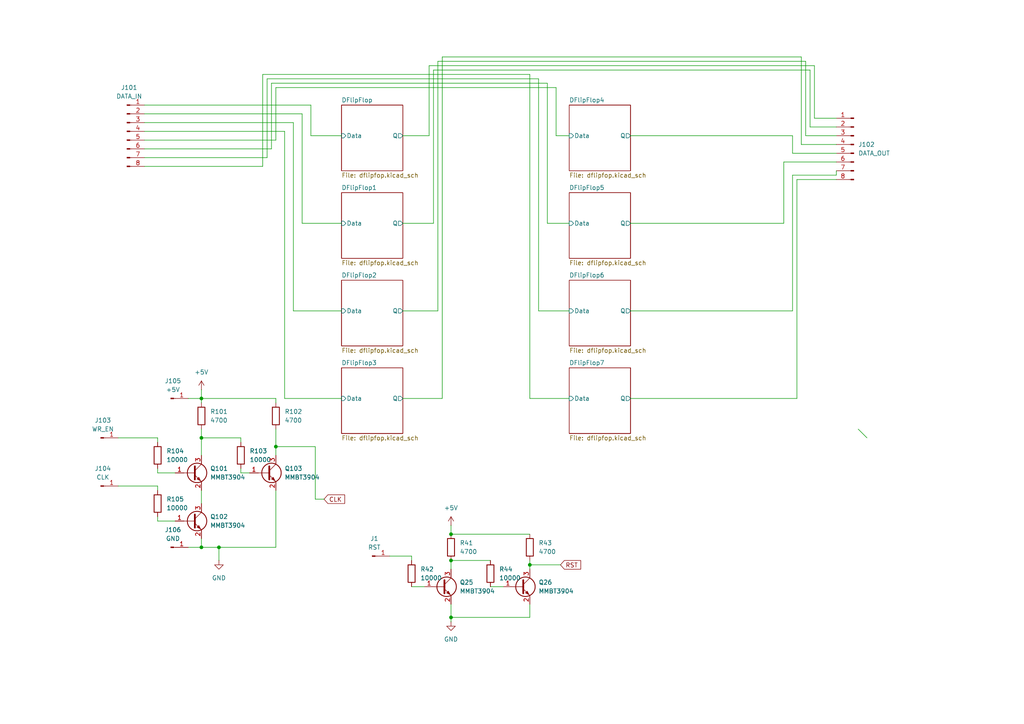
<source format=kicad_sch>
(kicad_sch (version 20250114) (generator "eeschema") (generator_version "9.0")
  (paper "A4")
  (lib_symbols
    (symbol "Connector:Conn_01x01_Pin" (pin_names (offset 1.016) (hide yes))
      (property "Reference" "J" (at 0 2.54 0))
      (property "Value" "Conn_01x01_Pin" (at 0 -2.54 0))
      (symbol "Conn_01x01_Pin_1_1"
        (rectangle (start 0.8636 0.127) (end 0 -0.127) (stroke (width 0.1524)) (fill (type outline)))
        (polyline (pts (xy 1.27 0) (xy 0.8636 0)) (stroke (width 0.1524)))
        (pin passive line (at 5.08 0 180) (length 3.81) (name "Pin_1") (number "1"))
      )
    )
    (symbol "Connector:Conn_01x08_Pin" (pin_names (offset 1.016) (hide yes))
      (property "Reference" "J" (at 0 10.16 0))
      (property "Value" "Conn_01x08_Pin" (at 0 -12.7 0))
      (symbol "Conn_01x08_Pin_1_1"
        (rectangle (start 0.8636 7.747) (end 0 7.493) (stroke (width 0.1524)) (fill (type outline)))
        (rectangle (start 0.8636 5.207) (end 0 4.953) (stroke (width 0.1524)) (fill (type outline)))
        (rectangle (start 0.8636 2.667) (end 0 2.413) (stroke (width 0.1524)) (fill (type outline)))
        (rectangle (start 0.8636 0.127) (end 0 -0.127) (stroke (width 0.1524)) (fill (type outline)))
        (rectangle (start 0.8636 -2.413) (end 0 -2.667) (stroke (width 0.1524)) (fill (type outline)))
        (rectangle (start 0.8636 -4.953) (end 0 -5.207) (stroke (width 0.1524)) (fill (type outline)))
        (rectangle (start 0.8636 -7.493) (end 0 -7.747) (stroke (width 0.1524)) (fill (type outline)))
        (rectangle (start 0.8636 -10.033) (end 0 -10.287) (stroke (width 0.1524)) (fill (type outline)))
        (polyline (pts (xy 1.27 7.62) (xy 0.8636 7.62)) (stroke (width 0.1524)))
        (polyline (pts (xy 1.27 5.08) (xy 0.8636 5.08)) (stroke (width 0.1524)))
        (polyline (pts (xy 1.27 2.54) (xy 0.8636 2.54)) (stroke (width 0.1524)))
        (polyline (pts (xy 1.27 0) (xy 0.8636 0)) (stroke (width 0.1524)))
        (polyline (pts (xy 1.27 -2.54) (xy 0.8636 -2.54)) (stroke (width 0.1524)))
        (polyline (pts (xy 1.27 -5.08) (xy 0.8636 -5.08)) (stroke (width 0.1524)))
        (polyline (pts (xy 1.27 -7.62) (xy 0.8636 -7.62)) (stroke (width 0.1524)))
        (polyline (pts (xy 1.27 -10.16) (xy 0.8636 -10.16)) (stroke (width 0.1524)))
        (pin passive line (at 5.08 7.62 180) (length 3.81) (name "Pin_1") (number "1"))
        (pin passive line (at 5.08 5.08 180) (length 3.81) (name "Pin_2") (number "2"))
        (pin passive line (at 5.08 2.54 180) (length 3.81) (name "Pin_3") (number "3"))
        (pin passive line (at 5.08 0 180) (length 3.81) (name "Pin_4") (number "4"))
        (pin passive line (at 5.08 -2.54 180) (length 3.81) (name "Pin_5") (number "5"))
        (pin passive line (at 5.08 -5.08 180) (length 3.81) (name "Pin_6") (number "6"))
        (pin passive line (at 5.08 -7.62 180) (length 3.81) (name "Pin_7") (number "7"))
        (pin passive line (at 5.08 -10.16 180) (length 3.81) (name "Pin_8") (number "8"))
      )
    )
    (symbol "Device:R" (pin_numbers (hide yes)) (pin_names (offset 0))
      (property "Reference" "R" (at 2.032 0 90))
      (property "Value" "R" (at 0 0 90))
      (symbol "R_0_1"
        (rectangle (start -1.016 -2.54) (end 1.016 2.54) (stroke (width 0.254)))
      )
      (symbol "R_1_1"
        (pin passive line (at 0 3.81 270) (length 1.27) (name "~") (number "1"))
        (pin passive line (at 0 -3.81 90) (length 1.27) (name "~") (number "2"))
      )
    )
    (symbol "Transistor_BJT:MMBT3904" (pin_names (offset 0) (hide yes))
      (property "Reference" "Q" (at 5.08 1.905 0))
      (property "Value" "MMBT3904" (at 5.08 0 0))
      (symbol "MMBT3904_0_1"
        (polyline (pts (xy -2.54 0) (xy 0.635 0)))
        (polyline (pts (xy 0.635 1.905) (xy 0.635 -1.905)) (stroke (width 0.508)))
        (circle (center 1.27 0) (radius 2.8194) (stroke (width 0.254)))
      )
      (symbol "MMBT3904_1_1"
        (polyline (pts (xy 0.635 0.635) (xy 2.54 2.54)))
        (polyline (pts (xy 0.635 -0.635) (xy 2.54 -2.54)))
        (polyline (pts (xy 1.27 -1.778) (xy 1.778 -1.27) (xy 2.286 -2.286) (xy 1.27 -1.778)) (fill (type outline)))
        (pin input line (at -5.08 0 0) (length 2.54) (name "B") (number "1"))
        (pin passive line (at 2.54 5.08 270) (length 2.54) (name "C") (number "3"))
        (pin passive line (at 2.54 -5.08 90) (length 2.54) (name "E") (number "2"))
      )
    )
    (symbol "power:+5V" (power) (pin_numbers (hide yes)) (pin_names (offset 0) (hide yes))
      (property "Value" "+5V" (at 0 3.556 0))
      (symbol "+5V_0_1"
        (polyline (pts (xy -0.762 1.27) (xy 0 2.54)))
        (polyline (pts (xy 0 2.54) (xy 0.762 1.27)))
        (polyline (pts (xy 0 0) (xy 0 2.54)))
      )
      (symbol "+5V_1_1"
        (pin power_in line (at 0 0 90) (length 0) (name "~") (number "1"))
      )
    )
    (symbol "power:GND" (power) (pin_numbers (hide yes)) (pin_names (offset 0) (hide yes))
      (property "Value" "GND" (at 0 -3.81 0))
      (symbol "GND_0_1"
        (polyline (pts (xy 0 0) (xy 0 -1.27) (xy 1.27 -1.27) (xy 0 -2.54) (xy -1.27 -1.27) (xy 0 -1.27)))
      )
      (symbol "GND_1_1"
        (pin power_in line (at 0 0 270) (length 0) (name "~") (number "1"))
      )
    )
  )
  (junction (at 130.81 162.56))
  (junction (at 153.67 163.83))
  (junction (at 63.5 158.75))
  (junction (at 130.81 154.94))
  (junction (at 58.42 127))
  (junction (at 80.01 129.54))
  (junction (at 58.42 115.57))
  (junction (at 58.42 158.75))
  (junction (at 130.81 179.07))
  (bus_entry (at 248.92 124.46) (size 2.54 2.54))
  (wire (pts (xy 231.14 52.07) (xy 231.14 115.57)))
  (wire (pts (xy 116.84 64.77) (xy 125.73 64.77)))
  (wire (pts (xy 124.46 19.05) (xy 236.22 19.05)))
  (wire (pts (xy 233.68 17.78) (xy 233.68 39.37)))
  (wire (pts (xy 234.95 36.83) (xy 242.57 36.83)))
  (wire (pts (xy 82.55 38.1) (xy 41.91 38.1)))
  (wire (pts (xy 45.72 140.97) (xy 45.72 142.24)))
  (wire (pts (xy 80.01 40.64) (xy 80.01 25.4)))
  (wire (pts (xy 127 17.78) (xy 233.68 17.78)))
  (wire (pts (xy 229.87 50.8) (xy 242.57 50.8)))
  (wire (pts (xy 182.88 90.17) (xy 229.87 90.17)))
  (wire (pts (xy 161.29 39.37) (xy 165.1 39.37)))
  (wire (pts (xy 130.81 175.26) (xy 130.81 179.07)))
  (wire (pts (xy 76.2 48.26) (xy 76.2 21.59)))
  (wire (pts (xy 232.41 41.91) (xy 242.57 41.91)))
  (wire (pts (xy 156.21 22.86) (xy 156.21 90.17)))
  (wire (pts (xy 242.57 52.07) (xy 231.14 52.07)))
  (wire (pts (xy 229.87 39.37) (xy 229.87 44.45)))
  (wire (pts (xy 45.72 151.13) (xy 50.8 151.13)))
  (wire (pts (xy 158.75 64.77) (xy 165.1 64.77)))
  (wire (pts (xy 80.01 25.4) (xy 161.29 25.4)))
  (wire (pts (xy 69.85 135.89) (xy 69.85 137.16)))
  (wire (pts (xy 45.72 149.86) (xy 45.72 151.13)))
  (wire (pts (xy 116.84 39.37) (xy 124.46 39.37)))
  (wire (pts (xy 45.72 128.27) (xy 45.72 127)))
  (wire (pts (xy 85.09 35.56) (xy 85.09 90.17)))
  (wire (pts (xy 229.87 44.45) (xy 242.57 44.45)))
  (wire (pts (xy 80.01 116.84) (xy 80.01 115.57)))
  (wire (pts (xy 153.67 163.83) (xy 153.67 165.1)))
  (wire (pts (xy 236.22 19.05) (xy 236.22 34.29)))
  (wire (pts (xy 41.91 40.64) (xy 80.01 40.64)))
  (wire (pts (xy 161.29 25.4) (xy 161.29 39.37)))
  (wire (pts (xy 76.2 21.59) (xy 153.67 21.59)))
  (wire (pts (xy 82.55 115.57) (xy 82.55 38.1)))
  (wire (pts (xy 77.47 22.86) (xy 156.21 22.86)))
  (wire (pts (xy 158.75 24.13) (xy 158.75 64.77)))
  (wire (pts (xy 130.81 179.07) (xy 153.67 179.07)))
  (wire (pts (xy 54.61 115.57) (xy 58.42 115.57)))
  (wire (pts (xy 229.87 90.17) (xy 229.87 50.8)))
  (wire (pts (xy 130.81 162.56) (xy 142.24 162.56)))
  (wire (pts (xy 34.29 127) (xy 45.72 127)))
  (wire (pts (xy 125.73 20.32) (xy 234.95 20.32)))
  (wire (pts (xy 116.84 115.57) (xy 128.27 115.57)))
  (wire (pts (xy 90.17 39.37) (xy 99.06 39.37)))
  (wire (pts (xy 54.61 158.75) (xy 58.42 158.75)))
  (wire (pts (xy 128.27 16.51) (xy 232.41 16.51)))
  (wire (pts (xy 99.06 64.77) (xy 87.63 64.77)))
  (wire (pts (xy 127 90.17) (xy 127 17.78)))
  (wire (pts (xy 69.85 137.16) (xy 72.39 137.16)))
  (wire (pts (xy 63.5 162.56) (xy 63.5 158.75)))
  (wire (pts (xy 41.91 45.72) (xy 77.47 45.72)))
  (wire (pts (xy 119.38 170.18) (xy 123.19 170.18)))
  (wire (pts (xy 45.72 137.16) (xy 50.8 137.16)))
  (wire (pts (xy 99.06 115.57) (xy 82.55 115.57)))
  (wire (pts (xy 125.73 64.77) (xy 125.73 20.32)))
  (wire (pts (xy 242.57 50.8) (xy 242.57 49.53)))
  (wire (pts (xy 182.88 39.37) (xy 229.87 39.37)))
  (wire (pts (xy 87.63 64.77) (xy 87.63 33.02)))
  (wire (pts (xy 182.88 64.77) (xy 227.33 64.77)))
  (wire (pts (xy 130.81 162.56) (xy 130.81 165.1)))
  (wire (pts (xy 34.29 140.97) (xy 45.72 140.97)))
  (wire (pts (xy 227.33 46.99) (xy 242.57 46.99)))
  (wire (pts (xy 58.42 113.03) (xy 58.42 115.57)))
  (wire (pts (xy 77.47 45.72) (xy 77.47 22.86)))
  (wire (pts (xy 153.67 162.56) (xy 153.67 163.83)))
  (wire (pts (xy 85.09 90.17) (xy 99.06 90.17)))
  (wire (pts (xy 58.42 156.21) (xy 58.42 158.75)))
  (wire (pts (xy 58.42 115.57) (xy 80.01 115.57)))
  (wire (pts (xy 41.91 30.48) (xy 90.17 30.48)))
  (wire (pts (xy 63.5 158.75) (xy 80.01 158.75)))
  (wire (pts (xy 156.21 90.17) (xy 165.1 90.17)))
  (wire (pts (xy 128.27 115.57) (xy 128.27 16.51)))
  (wire (pts (xy 234.95 20.32) (xy 234.95 36.83)))
  (wire (pts (xy 45.72 135.89) (xy 45.72 137.16)))
  (wire (pts (xy 90.17 30.48) (xy 90.17 39.37)))
  (wire (pts (xy 124.46 39.37) (xy 124.46 19.05)))
  (wire (pts (xy 58.42 127) (xy 58.42 132.08)))
  (wire (pts (xy 93.98 144.78) (xy 91.44 144.78)))
  (wire (pts (xy 41.91 35.56) (xy 85.09 35.56)))
  (wire (pts (xy 78.74 24.13) (xy 158.75 24.13)))
  (wire (pts (xy 80.01 129.54) (xy 80.01 132.08)))
  (wire (pts (xy 41.91 43.18) (xy 78.74 43.18)))
  (wire (pts (xy 153.67 21.59) (xy 153.67 115.57)))
  (wire (pts (xy 41.91 48.26) (xy 76.2 48.26)))
  (wire (pts (xy 58.42 158.75) (xy 63.5 158.75)))
  (wire (pts (xy 119.38 161.29) (xy 119.38 162.56)))
  (wire (pts (xy 116.84 90.17) (xy 127 90.17)))
  (wire (pts (xy 153.67 175.26) (xy 153.67 179.07)))
  (wire (pts (xy 130.81 154.94) (xy 153.67 154.94)))
  (wire (pts (xy 232.41 16.51) (xy 232.41 41.91)))
  (wire (pts (xy 87.63 33.02) (xy 41.91 33.02)))
  (wire (pts (xy 58.42 124.46) (xy 58.42 127)))
  (wire (pts (xy 69.85 128.27) (xy 69.85 127)))
  (wire (pts (xy 231.14 115.57) (xy 182.88 115.57)))
  (wire (pts (xy 58.42 142.24) (xy 58.42 146.05)))
  (wire (pts (xy 236.22 34.29) (xy 242.57 34.29)))
  (wire (pts (xy 130.81 179.07) (xy 130.81 180.34)))
  (wire (pts (xy 153.67 115.57) (xy 165.1 115.57)))
  (wire (pts (xy 113.03 161.29) (xy 119.38 161.29)))
  (wire (pts (xy 233.68 39.37) (xy 242.57 39.37)))
  (wire (pts (xy 91.44 144.78) (xy 91.44 129.54)))
  (wire (pts (xy 227.33 64.77) (xy 227.33 46.99)))
  (wire (pts (xy 153.67 163.83) (xy 162.56 163.83)))
  (wire (pts (xy 78.74 43.18) (xy 78.74 24.13)))
  (wire (pts (xy 130.81 152.4) (xy 130.81 154.94)))
  (wire (pts (xy 80.01 124.46) (xy 80.01 129.54)))
  (wire (pts (xy 142.24 170.18) (xy 146.05 170.18)))
  (wire (pts (xy 80.01 158.75) (xy 80.01 142.24)))
  (wire (pts (xy 58.42 127) (xy 69.85 127)))
  (wire (pts (xy 58.42 115.57) (xy 58.42 116.84)))
  (wire (pts (xy 91.44 129.54) (xy 80.01 129.54)))
  (global_label "CLK" (shape input) (at 93.98 144.78 0) (property "Intersheetrefs" "${INTERSHEET_REFS}" (effects (hide yes))))
  (global_label "RST" (shape input) (at 162.56 163.83 0) (property "Intersheetrefs" "${INTERSHEET_REFS}" (effects (hide yes))))
  (symbol (lib_id "Connector:Conn_01x01_Pin") (at 49.53 158.75 0) (unit 1)
    (property "Reference" "J106" (at 50.165 153.67 0))
    (property "Value" "GND" (at 50.165 156.21 0))
    (property "Footprint" "Connector_PinHeader_2.54mm:PinHeader_1x01_P2.54mm_Vertical" (effects (hide yes)))
    (property "Description" "Generic connector, single row, 01x01, script generated" (effects (hide yes)))
  )
  (symbol (lib_id "Device:R") (at 80.01 120.65 0) (unit 1)
    (property "Reference" "R102" (at 82.55 119.3799 0) (effects (justify left)))
    (property "Value" "4700" (at 82.55 121.9199 0) (effects (justify left)))
    (property "Footprint" "Resistor_SMD:R_0805_2012Metric" (effects (hide yes)))
    (property "Description" "Resistor" (effects (hide yes)))
  )
  (symbol (lib_id "Device:R") (at 45.72 146.05 0) (unit 1)
    (property "Reference" "R105" (at 48.26 144.7799 0) (effects (justify left)))
    (property "Value" "10000" (at 48.26 147.3199 0) (effects (justify left)))
    (property "Footprint" "Resistor_SMD:R_0805_2012Metric" (effects (hide yes)))
    (property "Description" "Resistor" (effects (hide yes)))
  )
  (symbol (lib_id "power:GND") (at 130.81 180.34 0) (unit 1)
    (property "Reference" "#PWR026" (effects (hide yes)))
    (property "Value" "GND" (at 130.81 185.42 0))
    (property "Description" "Power symbol creates a global label with name \"GND\" , ground" (effects (hide yes)))
  )
  (symbol (lib_id "Device:R") (at 45.72 132.08 0) (unit 1)
    (property "Reference" "R104" (at 48.26 130.8099 0) (effects (justify left)))
    (property "Value" "10000" (at 48.26 133.3499 0) (effects (justify left)))
    (property "Footprint" "Resistor_SMD:R_0805_2012Metric" (effects (hide yes)))
    (property "Description" "Resistor" (effects (hide yes)))
  )
  (symbol (lib_id "Device:R") (at 142.24 166.37 0) (unit 1)
    (property "Reference" "R44" (at 144.78 165.0999 0) (effects (justify left)))
    (property "Value" "10000" (at 144.78 167.6399 0) (effects (justify left)))
    (property "Footprint" "Resistor_SMD:R_0805_2012Metric" (effects (hide yes)))
    (property "Description" "Resistor" (effects (hide yes)))
  )
  (symbol (lib_id "Connector:Conn_01x08_Pin") (at 36.83 38.1 0) (unit 1)
    (property "Reference" "J101" (at 37.465 25.4 0))
    (property "Value" "DATA_IN" (at 37.465 27.94 0))
    (property "Footprint" "Connector_PinHeader_2.54mm:PinHeader_1x08_P2.54mm_Vertical" (effects (hide yes)))
    (property "Description" "Generic connector, single row, 01x08, script generated" (effects (hide yes)))
  )
  (symbol (lib_id "Transistor_BJT:MMBT3904") (at 128.27 170.18 0) (unit 1)
    (property "Reference" "Q25" (at 133.35 168.9099 0) (effects (justify left)))
    (property "Value" "MMBT3904" (at 133.35 171.4499 0) (effects (justify left)))
    (property "Footprint" "Package_TO_SOT_SMD:SOT-23" (effects (hide yes)))
    (property "Datasheet" "https://www.onsemi.com/pdf/datasheet/pzt3904-d.pdf" (effects (hide yes)))
    (property "Description" "0.2A Ic, 40V Vce, Small Signal NPN Transistor, SOT-23" (effects (hide yes)))
    (property "Sim.Device" "NPN" (effects (hide yes)))
    (property "Sim.Pins" "1=B 2=E 3=C" (effects (hide yes)))
  )
  (symbol (lib_id "Connector:Conn_01x01_Pin") (at 107.95 161.29 0) (unit 1)
    (property "Reference" "J1" (at 108.585 156.21 0))
    (property "Value" "RST" (at 108.585 158.75 0))
    (property "Footprint" "Connector_PinHeader_2.54mm:PinHeader_1x01_P2.54mm_Vertical" (effects (hide yes)))
    (property "Description" "Generic connector, single row, 01x01, script generated" (effects (hide yes)))
  )
  (symbol (lib_id "Device:R") (at 119.38 166.37 0) (unit 1)
    (property "Reference" "R42" (at 121.92 165.0999 0) (effects (justify left)))
    (property "Value" "10000" (at 121.92 167.6399 0) (effects (justify left)))
    (property "Footprint" "Resistor_SMD:R_0805_2012Metric" (effects (hide yes)))
    (property "Description" "Resistor" (effects (hide yes)))
  )
  (symbol (lib_id "power:GND") (at 63.5 162.56 0) (unit 1)
    (property "Reference" "#PWR0102" (effects (hide yes)))
    (property "Value" "GND" (at 63.5 167.64 0))
    (property "Description" "Power symbol creates a global label with name \"GND\" , ground" (effects (hide yes)))
  )
  (symbol (lib_id "Device:R") (at 58.42 120.65 0) (unit 1)
    (property "Reference" "R101" (at 60.96 119.3799 0) (effects (justify left)))
    (property "Value" "4700" (at 60.96 121.9199 0) (effects (justify left)))
    (property "Footprint" "Resistor_SMD:R_0805_2012Metric" (effects (hide yes)))
    (property "Description" "Resistor" (effects (hide yes)))
  )
  (symbol (lib_id "Transistor_BJT:MMBT3904") (at 77.47 137.16 0) (unit 1)
    (property "Reference" "Q103" (at 82.55 135.8899 0) (effects (justify left)))
    (property "Value" "MMBT3904" (at 82.55 138.4299 0) (effects (justify left)))
    (property "Footprint" "Package_TO_SOT_SMD:SOT-23" (effects (hide yes)))
    (property "Datasheet" "https://www.onsemi.com/pdf/datasheet/pzt3904-d.pdf" (effects (hide yes)))
    (property "Description" "0.2A Ic, 40V Vce, Small Signal NPN Transistor, SOT-23" (effects (hide yes)))
    (property "Sim.Device" "NPN" (effects (hide yes)))
    (property "Sim.Pins" "1=B 2=E 3=C" (effects (hide yes)))
  )
  (symbol (lib_id "Connector:Conn_01x01_Pin") (at 29.21 127 0) (unit 1)
    (property "Reference" "J103" (at 29.845 121.92 0))
    (property "Value" "WR_EN" (at 29.845 124.46 0))
    (property "Footprint" "Connector_PinHeader_2.54mm:PinHeader_1x01_P2.54mm_Vertical" (effects (hide yes)))
    (property "Description" "Generic connector, single row, 01x01, script generated" (effects (hide yes)))
  )
  (symbol (lib_id "Device:R") (at 153.67 158.75 0) (unit 1)
    (property "Reference" "R43" (at 156.21 157.4799 0) (effects (justify left)))
    (property "Value" "4700" (at 156.21 160.0199 0) (effects (justify left)))
    (property "Footprint" "Resistor_SMD:R_0805_2012Metric" (effects (hide yes)))
    (property "Description" "Resistor" (effects (hide yes)))
  )
  (symbol (lib_id "Transistor_BJT:MMBT3904") (at 55.88 151.13 0) (unit 1)
    (property "Reference" "Q102" (at 60.96 149.8599 0) (effects (justify left)))
    (property "Value" "MMBT3904" (at 60.96 152.3999 0) (effects (justify left)))
    (property "Footprint" "Package_TO_SOT_SMD:SOT-23" (effects (hide yes)))
    (property "Datasheet" "https://www.onsemi.com/pdf/datasheet/pzt3904-d.pdf" (effects (hide yes)))
    (property "Description" "0.2A Ic, 40V Vce, Small Signal NPN Transistor, SOT-23" (effects (hide yes)))
    (property "Sim.Device" "NPN" (effects (hide yes)))
    (property "Sim.Pins" "1=B 2=E 3=C" (effects (hide yes)))
  )
  (symbol (lib_id "Transistor_BJT:MMBT3904") (at 55.88 137.16 0) (unit 1)
    (property "Reference" "Q101" (at 60.96 135.8899 0) (effects (justify left)))
    (property "Value" "MMBT3904" (at 60.96 138.4299 0) (effects (justify left)))
    (property "Footprint" "Package_TO_SOT_SMD:SOT-23" (effects (hide yes)))
    (property "Datasheet" "https://www.onsemi.com/pdf/datasheet/pzt3904-d.pdf" (effects (hide yes)))
    (property "Description" "0.2A Ic, 40V Vce, Small Signal NPN Transistor, SOT-23" (effects (hide yes)))
    (property "Sim.Device" "NPN" (effects (hide yes)))
    (property "Sim.Pins" "1=B 2=E 3=C" (effects (hide yes)))
  )
  (symbol (lib_id "power:+5V") (at 58.42 113.03 0) (unit 1)
    (property "Reference" "#PWR0101" (effects (hide yes)))
    (property "Value" "+5V" (at 58.42 107.95 0))
    (property "Description" "Power symbol creates a global label with name \"+5V\"" (effects (hide yes)))
  )
  (symbol (lib_id "Transistor_BJT:MMBT3904") (at 151.13 170.18 0) (unit 1)
    (property "Reference" "Q26" (at 156.21 168.9099 0) (effects (justify left)))
    (property "Value" "MMBT3904" (at 156.21 171.4499 0) (effects (justify left)))
    (property "Footprint" "Package_TO_SOT_SMD:SOT-23" (effects (hide yes)))
    (property "Datasheet" "https://www.onsemi.com/pdf/datasheet/pzt3904-d.pdf" (effects (hide yes)))
    (property "Description" "0.2A Ic, 40V Vce, Small Signal NPN Transistor, SOT-23" (effects (hide yes)))
    (property "Sim.Device" "NPN" (effects (hide yes)))
    (property "Sim.Pins" "1=B 2=E 3=C" (effects (hide yes)))
  )
  (symbol (lib_id "power:+5V") (at 130.81 152.4 0) (unit 1)
    (property "Reference" "#PWR025" (effects (hide yes)))
    (property "Value" "+5V" (at 130.81 147.32 0))
    (property "Description" "Power symbol creates a global label with name \"+5V\"" (effects (hide yes)))
  )
  (symbol (lib_id "Connector:Conn_01x08_Pin") (at 247.65 41.91 0) (mirror y) (unit 1)
    (property "Reference" "J102" (at 248.92 41.9099 0) (effects (justify right)))
    (property "Value" "DATA_OUT" (at 248.92 44.4499 0) (effects (justify right)))
    (property "Footprint" "Connector_PinHeader_2.54mm:PinHeader_1x08_P2.54mm_Vertical" (effects (hide yes)))
    (property "Description" "Generic connector, single row, 01x08, script generated" (effects (hide yes)))
  )
  (symbol (lib_id "Connector:Conn_01x01_Pin") (at 29.21 140.97 0) (unit 1)
    (property "Reference" "J104" (at 29.845 135.89 0))
    (property "Value" "CLK" (at 29.845 138.43 0))
    (property "Footprint" "Connector_PinHeader_2.54mm:PinHeader_1x01_P2.54mm_Vertical" (effects (hide yes)))
    (property "Description" "Generic connector, single row, 01x01, script generated" (effects (hide yes)))
  )
  (symbol (lib_id "Device:R") (at 69.85 132.08 0) (unit 1)
    (property "Reference" "R103" (at 72.39 130.8099 0) (effects (justify left)))
    (property "Value" "10000" (at 72.39 133.3499 0) (effects (justify left)))
    (property "Footprint" "Resistor_SMD:R_0805_2012Metric" (effects (hide yes)))
    (property "Description" "Resistor" (effects (hide yes)))
  )
  (symbol (lib_id "Connector:Conn_01x01_Pin") (at 49.53 115.57 0) (unit 1)
    (property "Reference" "J105" (at 50.165 110.49 0))
    (property "Value" "+5V" (at 50.165 113.03 0))
    (property "Footprint" "Connector_PinHeader_2.54mm:PinHeader_1x01_P2.54mm_Vertical" (effects (hide yes)))
    (property "Description" "Generic connector, single row, 01x01, script generated" (effects (hide yes)))
  )
  (symbol (lib_id "Device:R") (at 130.81 158.75 0) (unit 1)
    (property "Reference" "R41" (at 133.35 157.4799 0) (effects (justify left)))
    (property "Value" "4700" (at 133.35 160.0199 0) (effects (justify left)))
    (property "Footprint" "Resistor_SMD:R_0805_2012Metric" (effects (hide yes)))
    (property "Description" "Resistor" (effects (hide yes)))
  )
  (sheet (at 165.1 55.88) (size 17.78 19.05) (stroke (width 0.1524))
    (property "Sheetname" "DFlipFlop5" (at 165.1 55.1684 0) (effects (justify left bottom)))
    (property "Sheetfile" "dflipfop.kicad_sch" (at 165.1 75.5146 0) (effects (justify left top)))
    (pin "Data" input (at 165.1 64.77 180))
    (pin "Q" output (at 182.88 64.77 0))
  )
  (sheet (at 165.1 30.48) (size 17.78 19.05) (stroke (width 0.1524))
    (property "Sheetname" "DFlipFlop4" (at 165.1 29.7684 0) (effects (justify left bottom)))
    (property "Sheetfile" "dflipfop.kicad_sch" (at 165.1 50.1146 0) (effects (justify left top)))
    (pin "Data" input (at 165.1 39.37 180))
    (pin "Q" output (at 182.88 39.37 0))
  )
  (sheet (at 165.1 81.28) (size 17.78 19.05) (stroke (width 0.1524))
    (property "Sheetname" "DFlipFlop6" (at 165.1 80.5684 0) (effects (justify left bottom)))
    (property "Sheetfile" "dflipfop.kicad_sch" (at 165.1 100.9146 0) (effects (justify left top)))
    (pin "Data" input (at 165.1 90.17 180))
    (pin "Q" output (at 182.88 90.17 0))
  )
  (sheet (at 99.06 106.68) (size 17.78 19.05) (stroke (width 0.1524))
    (property "Sheetname" "DFlipFlop3" (at 99.06 105.9684 0) (effects (justify left bottom)))
    (property "Sheetfile" "dflipfop.kicad_sch" (at 99.06 126.3146 0) (effects (justify left top)))
    (pin "Data" input (at 99.06 115.57 180))
    (pin "Q" output (at 116.84 115.57 0))
  )
  (sheet (at 165.1 106.68) (size 17.78 19.05) (stroke (width 0.1524))
    (property "Sheetname" "DFlipFlop7" (at 165.1 105.9684 0) (effects (justify left bottom)))
    (property "Sheetfile" "dflipfop.kicad_sch" (at 165.1 126.3146 0) (effects (justify left top)))
    (pin "Data" input (at 165.1 115.57 180))
    (pin "Q" output (at 182.88 115.57 0))
  )
  (sheet (at 99.06 55.88) (size 17.78 19.05) (stroke (width 0.1524))
    (property "Sheetname" "DFlipFlop1" (at 99.06 55.1684 0) (effects (justify left bottom)))
    (property "Sheetfile" "dflipfop.kicad_sch" (at 99.06 75.5146 0) (effects (justify left top)))
    (pin "Data" input (at 99.06 64.77 180))
    (pin "Q" output (at 116.84 64.77 0))
  )
  (sheet (at 99.06 81.28) (size 17.78 19.05) (stroke (width 0.1524))
    (property "Sheetname" "DFlipFlop2" (at 99.06 80.5684 0) (effects (justify left bottom)))
    (property "Sheetfile" "dflipfop.kicad_sch" (at 99.06 100.9146 0) (effects (justify left top)))
    (pin "Data" input (at 99.06 90.17 180))
    (pin "Q" output (at 116.84 90.17 0))
  )
  (sheet (at 99.06 30.48) (size 17.78 19.05) (stroke (width 0.1524))
    (property "Sheetname" "DFlipFlop" (at 99.06 29.7684 0) (effects (justify left bottom)))
    (property "Sheetfile" "dflipfop.kicad_sch" (at 99.06 50.1146 0) (effects (justify left top)))
    (pin "Data" input (at 99.06 39.37 180))
    (pin "Q" output (at 116.84 39.37 0))
  )
)
</source>
